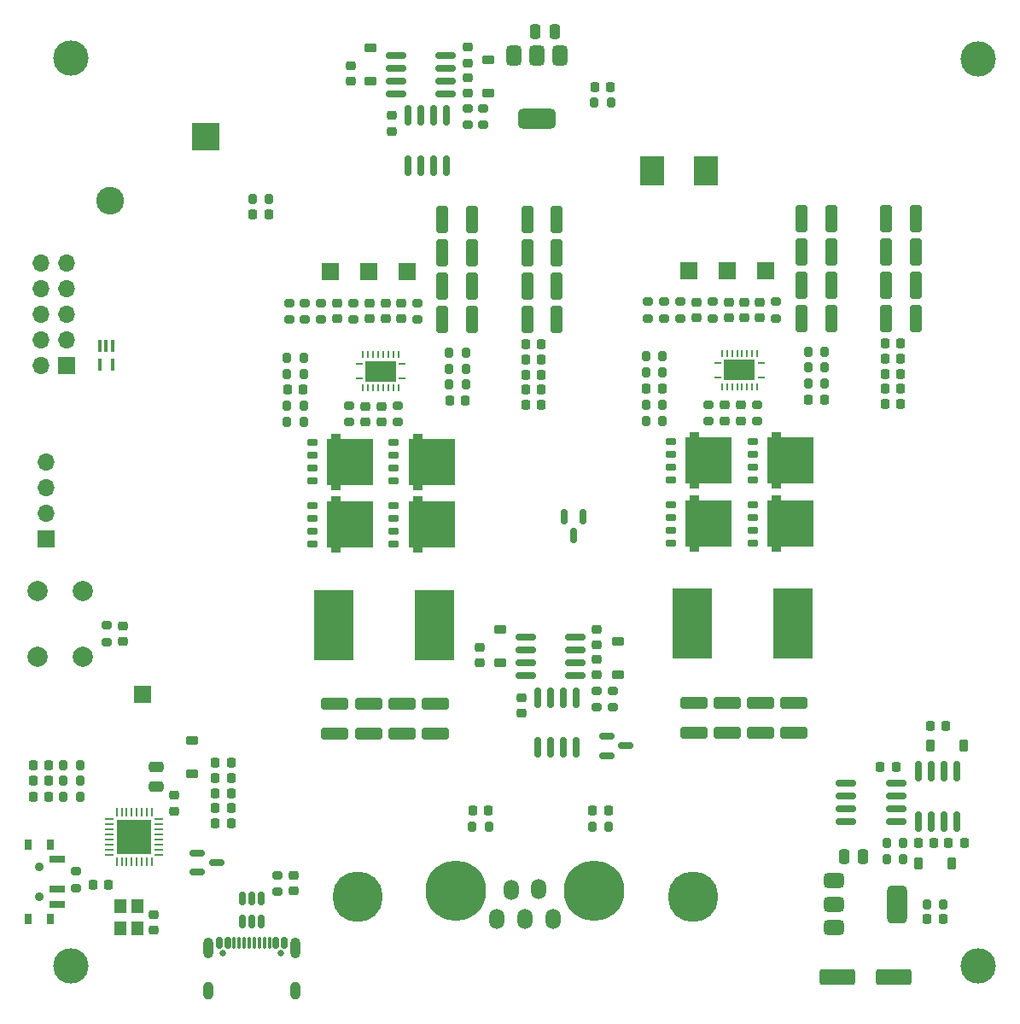
<source format=gbr>
%TF.GenerationSoftware,KiCad,Pcbnew,8.0.4*%
%TF.CreationDate,2025-01-13T22:40:44-07:00*%
%TF.ProjectId,Battery-Board,42617474-6572-4792-9d42-6f6172642e6b,rev?*%
%TF.SameCoordinates,Original*%
%TF.FileFunction,Soldermask,Top*%
%TF.FilePolarity,Negative*%
%FSLAX46Y46*%
G04 Gerber Fmt 4.6, Leading zero omitted, Abs format (unit mm)*
G04 Created by KiCad (PCBNEW 8.0.4) date 2025-01-13 22:40:44*
%MOMM*%
%LPD*%
G01*
G04 APERTURE LIST*
G04 Aperture macros list*
%AMRoundRect*
0 Rectangle with rounded corners*
0 $1 Rounding radius*
0 $2 $3 $4 $5 $6 $7 $8 $9 X,Y pos of 4 corners*
0 Add a 4 corners polygon primitive as box body*
4,1,4,$2,$3,$4,$5,$6,$7,$8,$9,$2,$3,0*
0 Add four circle primitives for the rounded corners*
1,1,$1+$1,$2,$3*
1,1,$1+$1,$4,$5*
1,1,$1+$1,$6,$7*
1,1,$1+$1,$8,$9*
0 Add four rect primitives between the rounded corners*
20,1,$1+$1,$2,$3,$4,$5,0*
20,1,$1+$1,$4,$5,$6,$7,0*
20,1,$1+$1,$6,$7,$8,$9,0*
20,1,$1+$1,$8,$9,$2,$3,0*%
%AMFreePoly0*
4,1,14,-0.697500,2.280000,2.027500,2.280000,2.502500,2.280000,2.502500,-2.280000,-0.697500,-2.280000,-0.697500,-2.775000,-1.602500,-2.775000,-1.602500,-2.280000,-2.027500,-2.280000,-2.027500,2.280000,-1.602500,2.280000,-1.602500,2.775000,-0.697500,2.775000,-0.697500,2.280000,-0.697500,2.280000,$1*%
G04 Aperture macros list end*
%ADD10RoundRect,0.250000X0.325000X1.100000X-0.325000X1.100000X-0.325000X-1.100000X0.325000X-1.100000X0*%
%ADD11RoundRect,0.225000X0.225000X0.250000X-0.225000X0.250000X-0.225000X-0.250000X0.225000X-0.250000X0*%
%ADD12RoundRect,0.225000X0.250000X-0.225000X0.250000X0.225000X-0.250000X0.225000X-0.250000X-0.225000X0*%
%ADD13RoundRect,0.050000X-0.250000X-0.070000X0.250000X-0.070000X0.250000X0.070000X-0.250000X0.070000X0*%
%ADD14RoundRect,0.050000X-0.070000X0.250000X-0.070000X-0.250000X0.070000X-0.250000X0.070000X0.250000X0*%
%ADD15RoundRect,0.050000X-1.475000X0.975000X-1.475000X-0.975000X1.475000X-0.975000X1.475000X0.975000X0*%
%ADD16RoundRect,0.225000X-0.225000X-0.250000X0.225000X-0.250000X0.225000X0.250000X-0.225000X0.250000X0*%
%ADD17RoundRect,0.225000X-0.250000X0.225000X-0.250000X-0.225000X0.250000X-0.225000X0.250000X0.225000X0*%
%ADD18RoundRect,0.187500X-0.312500X-0.187500X0.312500X-0.187500X0.312500X0.187500X-0.312500X0.187500X0*%
%ADD19FreePoly0,0.000000*%
%ADD20RoundRect,0.200000X-0.275000X0.200000X-0.275000X-0.200000X0.275000X-0.200000X0.275000X0.200000X0*%
%ADD21RoundRect,0.150000X0.150000X-0.512500X0.150000X0.512500X-0.150000X0.512500X-0.150000X-0.512500X0*%
%ADD22R,4.000000X7.000000*%
%ADD23RoundRect,0.250000X-0.325000X-1.100000X0.325000X-1.100000X0.325000X1.100000X-0.325000X1.100000X0*%
%ADD24RoundRect,0.225000X0.375000X-0.225000X0.375000X0.225000X-0.375000X0.225000X-0.375000X-0.225000X0*%
%ADD25RoundRect,0.200000X0.275000X-0.200000X0.275000X0.200000X-0.275000X0.200000X-0.275000X-0.200000X0*%
%ADD26RoundRect,0.250000X-1.100000X0.325000X-1.100000X-0.325000X1.100000X-0.325000X1.100000X0.325000X0*%
%ADD27RoundRect,0.150000X-0.150000X0.587500X-0.150000X-0.587500X0.150000X-0.587500X0.150000X0.587500X0*%
%ADD28R,1.700000X1.700000*%
%ADD29RoundRect,0.200000X-0.200000X-0.275000X0.200000X-0.275000X0.200000X0.275000X-0.200000X0.275000X0*%
%ADD30C,0.650000*%
%ADD31RoundRect,0.150000X-0.150000X-0.425000X0.150000X-0.425000X0.150000X0.425000X-0.150000X0.425000X0*%
%ADD32RoundRect,0.075000X-0.075000X-0.500000X0.075000X-0.500000X0.075000X0.500000X-0.075000X0.500000X0*%
%ADD33O,1.000000X2.100000*%
%ADD34O,1.000000X1.800000*%
%ADD35RoundRect,0.200000X0.200000X0.275000X-0.200000X0.275000X-0.200000X-0.275000X0.200000X-0.275000X0*%
%ADD36C,3.500000*%
%ADD37RoundRect,0.218750X-0.218750X-0.256250X0.218750X-0.256250X0.218750X0.256250X-0.218750X0.256250X0*%
%ADD38RoundRect,0.225000X-0.225000X-0.375000X0.225000X-0.375000X0.225000X0.375000X-0.225000X0.375000X0*%
%ADD39RoundRect,0.150000X-0.825000X-0.150000X0.825000X-0.150000X0.825000X0.150000X-0.825000X0.150000X0*%
%ADD40RoundRect,0.150000X0.150000X-0.825000X0.150000X0.825000X-0.150000X0.825000X-0.150000X-0.825000X0*%
%ADD41R,2.475000X3.000000*%
%ADD42R,0.400000X1.200000*%
%ADD43R,1.200000X1.400000*%
%ADD44RoundRect,0.250000X0.250000X0.475000X-0.250000X0.475000X-0.250000X-0.475000X0.250000X-0.475000X0*%
%ADD45RoundRect,0.218750X0.218750X0.256250X-0.218750X0.256250X-0.218750X-0.256250X0.218750X-0.256250X0*%
%ADD46RoundRect,0.250000X0.475000X-0.250000X0.475000X0.250000X-0.475000X0.250000X-0.475000X-0.250000X0*%
%ADD47O,1.700000X1.700000*%
%ADD48RoundRect,0.150000X-0.587500X-0.150000X0.587500X-0.150000X0.587500X0.150000X-0.587500X0.150000X0*%
%ADD49C,2.000000*%
%ADD50RoundRect,0.218750X0.256250X-0.218750X0.256250X0.218750X-0.256250X0.218750X-0.256250X-0.218750X0*%
%ADD51RoundRect,0.250000X1.500000X0.550000X-1.500000X0.550000X-1.500000X-0.550000X1.500000X-0.550000X0*%
%ADD52O,1.500000X2.000000*%
%ADD53C,6.000000*%
%ADD54C,5.000000*%
%ADD55RoundRect,0.150000X-0.150000X0.825000X-0.150000X-0.825000X0.150000X-0.825000X0.150000X0.825000X0*%
%ADD56RoundRect,0.375000X-0.625000X-0.375000X0.625000X-0.375000X0.625000X0.375000X-0.625000X0.375000X0*%
%ADD57RoundRect,0.500000X-0.500000X-1.400000X0.500000X-1.400000X0.500000X1.400000X-0.500000X1.400000X0*%
%ADD58R,0.800000X1.000000*%
%ADD59C,0.900000*%
%ADD60R,1.500000X0.700000*%
%ADD61RoundRect,0.250000X-0.250000X-0.475000X0.250000X-0.475000X0.250000X0.475000X-0.250000X0.475000X0*%
%ADD62RoundRect,0.102000X-1.275000X1.275000X-1.275000X-1.275000X1.275000X-1.275000X1.275000X1.275000X0*%
%ADD63C,2.754000*%
%ADD64RoundRect,0.062500X0.062500X-0.375000X0.062500X0.375000X-0.062500X0.375000X-0.062500X-0.375000X0*%
%ADD65RoundRect,0.062500X0.375000X-0.062500X0.375000X0.062500X-0.375000X0.062500X-0.375000X-0.062500X0*%
%ADD66R,3.450000X3.450000*%
%ADD67RoundRect,0.375000X-0.375000X0.625000X-0.375000X-0.625000X0.375000X-0.625000X0.375000X0.625000X0*%
%ADD68RoundRect,0.500000X-1.400000X0.500000X-1.400000X-0.500000X1.400000X-0.500000X1.400000X0.500000X0*%
G04 APERTURE END LIST*
D10*
%TO.C,C20*%
X173075000Y-80320000D03*
X170125000Y-80320000D03*
%TD*%
D11*
%TO.C,C61*%
X136800000Y-88520000D03*
X135250000Y-88520000D03*
%TD*%
D12*
%TO.C,C2*%
X136995000Y-58035000D03*
X136995000Y-56485000D03*
%TD*%
D13*
%TO.C,U12*%
X166147250Y-84720000D03*
D14*
X165747250Y-83820000D03*
X165247250Y-83820000D03*
X164747250Y-83820000D03*
X164247250Y-83820000D03*
X163747250Y-83820000D03*
X163247250Y-83820000D03*
X162747250Y-83820000D03*
X162247250Y-83820000D03*
D13*
X161847250Y-84720000D03*
X161847250Y-86220000D03*
D14*
X162247250Y-87120000D03*
X162747250Y-87120000D03*
X163247250Y-87120000D03*
X163747250Y-87120000D03*
X164247250Y-87120000D03*
X164747250Y-87120000D03*
X165247250Y-87120000D03*
X165747250Y-87120000D03*
D13*
X166147250Y-86220000D03*
D15*
X163997250Y-85470000D03*
%TD*%
D16*
%TO.C,C82*%
X142800000Y-84417500D03*
X144350000Y-84417500D03*
%TD*%
D17*
%TO.C,C64*%
X130400000Y-78845000D03*
X130400000Y-80395000D03*
%TD*%
D18*
%TO.C,U22*%
X129700000Y-92650000D03*
X129700000Y-93920000D03*
X129700000Y-95190000D03*
X129700000Y-96460000D03*
D19*
X133192250Y-94555000D03*
%TD*%
D20*
%TO.C,R22*%
X156500000Y-78695000D03*
X156500000Y-80345000D03*
%TD*%
%TO.C,R7*%
X122500000Y-78795000D03*
X122500000Y-80445000D03*
%TD*%
D12*
%TO.C,C17*%
X149850000Y-115705000D03*
X149850000Y-114155000D03*
%TD*%
D20*
%TO.C,R19*%
X160900000Y-88895000D03*
X160900000Y-90545000D03*
%TD*%
D16*
%TO.C,C12*%
X112000000Y-127410000D03*
X113550000Y-127410000D03*
%TD*%
D21*
%TO.C,D7*%
X114650000Y-140137500D03*
X115600000Y-140137500D03*
X116550000Y-140137500D03*
X116550000Y-137862500D03*
X115600000Y-137862500D03*
X114650000Y-137862500D03*
%TD*%
D22*
%TO.C,L2*%
X123700000Y-110720000D03*
X133700000Y-110720000D03*
%TD*%
D18*
%TO.C,U24*%
X129700000Y-98890000D03*
X129700000Y-100160000D03*
X129700000Y-101430000D03*
X129700000Y-102700000D03*
D19*
X133192250Y-100795000D03*
%TD*%
D23*
%TO.C,C71*%
X142925000Y-77120000D03*
X145875000Y-77120000D03*
%TD*%
D12*
%TO.C,C60*%
X126900000Y-90595000D03*
X126900000Y-89045000D03*
%TD*%
D24*
%TO.C,D1*%
X139095000Y-57995000D03*
X139095000Y-54695000D03*
%TD*%
D11*
%TO.C,C15*%
X113550000Y-130410000D03*
X112000000Y-130410000D03*
%TD*%
D10*
%TO.C,C22*%
X173075000Y-77020000D03*
X170125000Y-77020000D03*
%TD*%
D16*
%TO.C,C84*%
X142800000Y-85920000D03*
X144350000Y-85920000D03*
%TD*%
D12*
%TO.C,C40*%
X164500000Y-80295000D03*
X164500000Y-78745000D03*
%TD*%
D23*
%TO.C,C35*%
X178525000Y-73720000D03*
X181475000Y-73720000D03*
%TD*%
D24*
%TO.C,D9*%
X151950000Y-115665000D03*
X151950000Y-112365000D03*
%TD*%
D16*
%TO.C,C10*%
X112000000Y-125900000D03*
X113550000Y-125900000D03*
%TD*%
D25*
%TO.C,R35*%
X149855000Y-118902500D03*
X149855000Y-117252500D03*
%TD*%
D11*
%TO.C,C8*%
X101375000Y-136500000D03*
X99825000Y-136500000D03*
%TD*%
D26*
%TO.C,C37*%
X166092856Y-118445000D03*
X166092856Y-121395000D03*
%TD*%
D27*
%TO.C,U7*%
X148500000Y-100000000D03*
X146600000Y-100000000D03*
X147550000Y-101875000D03*
%TD*%
D16*
%TO.C,C45*%
X178400000Y-82815000D03*
X179950000Y-82815000D03*
%TD*%
D28*
%TO.C,TP1*%
X166600000Y-75600000D03*
%TD*%
D29*
%TO.C,R23*%
X135200000Y-83720000D03*
X136850000Y-83720000D03*
%TD*%
D30*
%TO.C,J2*%
X112710000Y-143295000D03*
X118490000Y-143295000D03*
D31*
X112400000Y-142220000D03*
X113200000Y-142220000D03*
D32*
X114350000Y-142220000D03*
X115350000Y-142220000D03*
X115850000Y-142220000D03*
X116850000Y-142220000D03*
D31*
X118000000Y-142220000D03*
X118800000Y-142220000D03*
X118800000Y-142220000D03*
X118000000Y-142220000D03*
D32*
X117350000Y-142220000D03*
X116350000Y-142220000D03*
X114850000Y-142220000D03*
X113850000Y-142220000D03*
D31*
X113200000Y-142220000D03*
X112400000Y-142220000D03*
D33*
X111280000Y-142795000D03*
D34*
X111280000Y-146975000D03*
D33*
X119920000Y-142795000D03*
D34*
X119920000Y-146975000D03*
%TD*%
D35*
%TO.C,R46*%
X151025000Y-130700000D03*
X149375000Y-130700000D03*
%TD*%
D36*
%TO.C,H1*%
X187700000Y-144575000D03*
%TD*%
D22*
%TO.C,L1*%
X159300000Y-110620000D03*
X169300000Y-110620000D03*
%TD*%
D37*
%TO.C,D19*%
X149612500Y-57400000D03*
X151187500Y-57400000D03*
%TD*%
D17*
%TO.C,C1*%
X129495000Y-60245000D03*
X129495000Y-61795000D03*
%TD*%
D25*
%TO.C,R44*%
X118140000Y-137195000D03*
X118140000Y-135545000D03*
%TD*%
D17*
%TO.C,C5*%
X105900000Y-139425000D03*
X105900000Y-140975000D03*
%TD*%
D36*
%TO.C,H2*%
X97700000Y-144575000D03*
%TD*%
D20*
%TO.C,R20*%
X161300000Y-78695000D03*
X161300000Y-80345000D03*
%TD*%
%TO.C,R32*%
X125700000Y-78795000D03*
X125700000Y-80445000D03*
%TD*%
D35*
%TO.C,R24*%
X136850000Y-85320000D03*
X135200000Y-85320000D03*
%TD*%
D26*
%TO.C,C34*%
X169414284Y-118445000D03*
X169414284Y-121395000D03*
%TD*%
D23*
%TO.C,C31*%
X178525000Y-80320000D03*
X181475000Y-80320000D03*
%TD*%
D18*
%TO.C,U15*%
X165300000Y-98790000D03*
X165300000Y-100060000D03*
X165300000Y-101330000D03*
X165300000Y-102600000D03*
D19*
X168792250Y-100695000D03*
%TD*%
D29*
%TO.C,R38*%
X178600000Y-133920000D03*
X180250000Y-133920000D03*
%TD*%
D17*
%TO.C,C29*%
X166000000Y-78745000D03*
X166000000Y-80295000D03*
%TD*%
D25*
%TO.C,R14*%
X167600000Y-80345000D03*
X167600000Y-78695000D03*
%TD*%
D11*
%TO.C,C93*%
X186275000Y-132315000D03*
X184725000Y-132315000D03*
%TD*%
D26*
%TO.C,C74*%
X127171428Y-118545000D03*
X127171428Y-121495000D03*
%TD*%
D10*
%TO.C,C63*%
X137475000Y-70520000D03*
X134525000Y-70520000D03*
%TD*%
D38*
%TO.C,D16*%
X182949999Y-122715000D03*
X186249999Y-122715000D03*
%TD*%
D12*
%TO.C,C18*%
X138250000Y-114505000D03*
X138250000Y-112955000D03*
%TD*%
D26*
%TO.C,C21*%
X159450000Y-118445000D03*
X159450000Y-121395000D03*
%TD*%
D11*
%TO.C,C90*%
X179500000Y-124815001D03*
X177950000Y-124815001D03*
%TD*%
D17*
%TO.C,C19*%
X149850000Y-111140000D03*
X149850000Y-112690000D03*
%TD*%
D39*
%TO.C,U2*%
X129920000Y-54240000D03*
X129920000Y-55510000D03*
X129920000Y-56780000D03*
X129920000Y-58050000D03*
X134870000Y-58050000D03*
X134870000Y-56780000D03*
X134870000Y-55510000D03*
X134870000Y-54240000D03*
%TD*%
D36*
%TO.C,H4*%
X97700000Y-54575000D03*
%TD*%
D17*
%TO.C,C16*%
X142350000Y-117915000D03*
X142350000Y-119465000D03*
%TD*%
D40*
%TO.C,U10*%
X143950000Y-122865000D03*
X145220000Y-122865000D03*
X146490000Y-122865000D03*
X147760000Y-122865000D03*
X147760000Y-117915000D03*
X146490000Y-117915000D03*
X145220000Y-117915000D03*
X143950000Y-117915000D03*
%TD*%
D29*
%TO.C,R43*%
X182575000Y-138400000D03*
X184225000Y-138400000D03*
%TD*%
D35*
%TO.C,R30*%
X120750000Y-89020000D03*
X119100000Y-89020000D03*
%TD*%
D20*
%TO.C,R21*%
X165700000Y-88895000D03*
X165700000Y-90545000D03*
%TD*%
D40*
%TO.C,U1*%
X131095000Y-65195000D03*
X132365000Y-65195000D03*
X133635000Y-65195000D03*
X134905000Y-65195000D03*
X134905000Y-60245000D03*
X133635000Y-60245000D03*
X132365000Y-60245000D03*
X131095000Y-60245000D03*
%TD*%
D29*
%TO.C,R25*%
X119100000Y-85820000D03*
X120750000Y-85820000D03*
%TD*%
%TO.C,R11*%
X170800000Y-83620000D03*
X172450000Y-83620000D03*
%TD*%
D16*
%TO.C,C73*%
X142800000Y-87422500D03*
X144350000Y-87422500D03*
%TD*%
D10*
%TO.C,C24*%
X173075000Y-73720000D03*
X170125000Y-73720000D03*
%TD*%
D26*
%TO.C,C39*%
X162771428Y-118445000D03*
X162771428Y-121395000D03*
%TD*%
D36*
%TO.C,H3*%
X187700000Y-54600000D03*
%TD*%
D16*
%TO.C,C76*%
X142800000Y-88925000D03*
X144350000Y-88925000D03*
%TD*%
D37*
%TO.C,FB1*%
X111987500Y-128910000D03*
X113562500Y-128910000D03*
%TD*%
D28*
%TO.C,J4*%
X162800000Y-75600000D03*
%TD*%
D20*
%TO.C,R39*%
X136995000Y-59520000D03*
X136995000Y-61170000D03*
%TD*%
D18*
%TO.C,U25*%
X121600000Y-98890000D03*
X121600000Y-100160000D03*
X121600000Y-101430000D03*
X121600000Y-102700000D03*
D19*
X125092250Y-100795000D03*
%TD*%
D12*
%TO.C,C78*%
X127300000Y-80395000D03*
X127300000Y-78845000D03*
%TD*%
%TO.C,C43*%
X162900000Y-80295000D03*
X162900000Y-78745000D03*
%TD*%
D35*
%TO.C,R37*%
X180250000Y-132320000D03*
X178600000Y-132320000D03*
%TD*%
D16*
%TO.C,C92*%
X182909999Y-120715000D03*
X184459999Y-120715000D03*
%TD*%
D29*
%TO.C,R2*%
X96905000Y-126200000D03*
X98555000Y-126200000D03*
%TD*%
D20*
%TO.C,R42*%
X98200000Y-135175000D03*
X98200000Y-136825000D03*
%TD*%
D41*
%TO.C,JP1*%
X155312500Y-65700000D03*
X160687500Y-65700000D03*
%TD*%
D16*
%TO.C,C41*%
X178400000Y-88825000D03*
X179950000Y-88825000D03*
%TD*%
D42*
%TO.C,IC1*%
X101800000Y-83060000D03*
X101150000Y-83060000D03*
X100500000Y-83060000D03*
X100500000Y-84960000D03*
X101800000Y-84960000D03*
%TD*%
D29*
%TO.C,R52*%
X149575000Y-58900000D03*
X151225000Y-58900000D03*
%TD*%
D23*
%TO.C,C66*%
X142925000Y-80420000D03*
X145875000Y-80420000D03*
%TD*%
D16*
%TO.C,C80*%
X142800000Y-82915000D03*
X144350000Y-82915000D03*
%TD*%
D20*
%TO.C,R9*%
X119300000Y-78795000D03*
X119300000Y-80445000D03*
%TD*%
D39*
%TO.C,U11*%
X142775000Y-111910000D03*
X142775000Y-113180000D03*
X142775000Y-114450000D03*
X142775000Y-115720000D03*
X147725000Y-115720000D03*
X147725000Y-114450000D03*
X147725000Y-113180000D03*
X147725000Y-111910000D03*
%TD*%
D11*
%TO.C,C26*%
X172400000Y-88420000D03*
X170850000Y-88420000D03*
%TD*%
D43*
%TO.C,U3*%
X104250000Y-140800000D03*
X104250000Y-138600000D03*
X102550000Y-138600000D03*
X102550000Y-140800000D03*
%TD*%
D12*
%TO.C,C3*%
X125395000Y-56835000D03*
X125395000Y-55285000D03*
%TD*%
D35*
%TO.C,R12*%
X172450000Y-85220000D03*
X170800000Y-85220000D03*
%TD*%
D10*
%TO.C,C59*%
X137475000Y-73820000D03*
X134525000Y-73820000D03*
%TD*%
D24*
%TO.C,D6*%
X109700000Y-125450000D03*
X109700000Y-122150000D03*
%TD*%
D23*
%TO.C,C68*%
X142925000Y-70520000D03*
X145875000Y-70520000D03*
%TD*%
D37*
%TO.C,D5*%
X93912500Y-127800000D03*
X95487500Y-127800000D03*
%TD*%
D44*
%TO.C,C53*%
X176250000Y-133700000D03*
X174350000Y-133700000D03*
%TD*%
D16*
%TO.C,C44*%
X154750000Y-87320000D03*
X156300000Y-87320000D03*
%TD*%
D37*
%TO.C,D13*%
X115712500Y-70000000D03*
X117287500Y-70000000D03*
%TD*%
D17*
%TO.C,C7*%
X107900000Y-127625000D03*
X107900000Y-129175000D03*
%TD*%
D45*
%TO.C,D14*%
X150975000Y-129090000D03*
X149400000Y-129090000D03*
%TD*%
D35*
%TO.C,R17*%
X172450000Y-86820000D03*
X170800000Y-86820000D03*
%TD*%
D46*
%TO.C,C9*%
X106100000Y-126750000D03*
X106100000Y-124850000D03*
%TD*%
D28*
%TO.C,J3*%
X97270000Y-85020000D03*
D47*
X94730000Y-85020000D03*
X97270000Y-82480000D03*
X94730000Y-82480000D03*
X97270000Y-79940000D03*
X94730000Y-79940000D03*
X97270000Y-77400000D03*
X94730000Y-77400000D03*
X97270000Y-74860000D03*
X94730000Y-74860000D03*
%TD*%
D16*
%TO.C,C13*%
X112000000Y-124410000D03*
X113550000Y-124410000D03*
%TD*%
D12*
%TO.C,C83*%
X124100000Y-80395000D03*
X124100000Y-78845000D03*
%TD*%
D18*
%TO.C,U16*%
X157200000Y-98790000D03*
X157200000Y-100060000D03*
X157200000Y-101330000D03*
X157200000Y-102600000D03*
D19*
X160692250Y-100695000D03*
%TD*%
D16*
%TO.C,C49*%
X178400000Y-85820000D03*
X179950000Y-85820000D03*
%TD*%
D20*
%TO.C,R8*%
X158125000Y-78695000D03*
X158125000Y-80345000D03*
%TD*%
D18*
%TO.C,U14*%
X157200000Y-92550000D03*
X157200000Y-93820000D03*
X157200000Y-95090000D03*
X157200000Y-96360000D03*
D19*
X160692250Y-94455000D03*
%TD*%
D13*
%TO.C,U21*%
X130547250Y-84820000D03*
D14*
X130147250Y-83920000D03*
X129647250Y-83920000D03*
X129147250Y-83920000D03*
X128647250Y-83920000D03*
X128147250Y-83920000D03*
X127647250Y-83920000D03*
X127147250Y-83920000D03*
X126647250Y-83920000D03*
D13*
X126247250Y-84820000D03*
X126247250Y-86320000D03*
D14*
X126647250Y-87220000D03*
X127147250Y-87220000D03*
X127647250Y-87220000D03*
X128147250Y-87220000D03*
X128647250Y-87220000D03*
X129147250Y-87220000D03*
X129647250Y-87220000D03*
X130147250Y-87220000D03*
D13*
X130547250Y-86320000D03*
D15*
X128397250Y-85570000D03*
%TD*%
D18*
%TO.C,U23*%
X121600000Y-92650000D03*
X121600000Y-93920000D03*
X121600000Y-95190000D03*
X121600000Y-96460000D03*
D19*
X125092250Y-94555000D03*
%TD*%
D48*
%TO.C,U8*%
X150825000Y-121770000D03*
X150825000Y-123670000D03*
X152700000Y-122720000D03*
%TD*%
D28*
%TO.C,TP3*%
X104800000Y-117600000D03*
%TD*%
D25*
%TO.C,R40*%
X138595000Y-61170000D03*
X138595000Y-59520000D03*
%TD*%
D49*
%TO.C,SW1*%
X94350000Y-113850000D03*
X94350000Y-107350000D03*
X98850000Y-113850000D03*
X98850000Y-107350000D03*
%TD*%
D20*
%TO.C,R34*%
X120900000Y-78795000D03*
X120900000Y-80445000D03*
%TD*%
D18*
%TO.C,U13*%
X165300000Y-92550000D03*
X165300000Y-93820000D03*
X165300000Y-95090000D03*
X165300000Y-96360000D03*
D19*
X168792250Y-94455000D03*
%TD*%
D50*
%TO.C,D12*%
X119720000Y-137097500D03*
X119720000Y-135522500D03*
%TD*%
D10*
%TO.C,C28*%
X173075000Y-70420000D03*
X170125000Y-70420000D03*
%TD*%
D37*
%TO.C,D4*%
X93912500Y-126200000D03*
X95487500Y-126200000D03*
%TD*%
D17*
%TO.C,C4*%
X136995000Y-53470000D03*
X136995000Y-55020000D03*
%TD*%
D20*
%TO.C,R33*%
X130100000Y-88995000D03*
X130100000Y-90645000D03*
%TD*%
D17*
%TO.C,C6*%
X102800000Y-110825000D03*
X102800000Y-112375000D03*
%TD*%
D16*
%TO.C,C79*%
X119150000Y-87420000D03*
X120700000Y-87420000D03*
%TD*%
D26*
%TO.C,C56*%
X123850000Y-118545000D03*
X123850000Y-121495000D03*
%TD*%
D20*
%TO.C,R10*%
X154925000Y-78695000D03*
X154925000Y-80345000D03*
%TD*%
D51*
%TO.C,C54*%
X179300000Y-145600000D03*
X173700000Y-145600000D03*
%TD*%
D52*
%TO.C,J6*%
X144097000Y-136949000D03*
X141327000Y-137004000D03*
X145482000Y-139844000D03*
X142712000Y-139844000D03*
X139942000Y-139844000D03*
D53*
X149560000Y-137044000D03*
X135840000Y-137044000D03*
D54*
X159377000Y-137644000D03*
X126077000Y-137644000D03*
%TD*%
D12*
%TO.C,C85*%
X128500000Y-90595000D03*
X128500000Y-89045000D03*
%TD*%
D16*
%TO.C,C91*%
X181710001Y-132315000D03*
X183260001Y-132315000D03*
%TD*%
D23*
%TO.C,C36*%
X178525000Y-77020000D03*
X181475000Y-77020000D03*
%TD*%
D28*
%TO.C,J9*%
X123400000Y-75700000D03*
%TD*%
D24*
%TO.C,D2*%
X127395000Y-56795000D03*
X127395000Y-53495000D03*
%TD*%
D45*
%TO.C,D17*%
X139100000Y-129100000D03*
X137525000Y-129100000D03*
%TD*%
D16*
%TO.C,C38*%
X178400000Y-87322500D03*
X179950000Y-87322500D03*
%TD*%
D37*
%TO.C,D11*%
X182612500Y-139900000D03*
X184187500Y-139900000D03*
%TD*%
D12*
%TO.C,C75*%
X128900000Y-80395000D03*
X128900000Y-78845000D03*
%TD*%
D29*
%TO.C,R1*%
X96905000Y-124600000D03*
X98555000Y-124600000D03*
%TD*%
D55*
%TO.C,U29*%
X185505000Y-125240000D03*
X184235000Y-125240000D03*
X182965000Y-125240000D03*
X181695000Y-125240000D03*
X181695000Y-130190000D03*
X182965000Y-130190000D03*
X184235000Y-130190000D03*
X185505000Y-130190000D03*
%TD*%
D23*
%TO.C,C70*%
X142925000Y-73820000D03*
X145875000Y-73820000D03*
%TD*%
D39*
%TO.C,U28*%
X174550000Y-126415000D03*
X174550000Y-127685000D03*
X174550000Y-128955000D03*
X174550000Y-130225000D03*
X179500000Y-130225000D03*
X179500000Y-128955000D03*
X179500000Y-127685000D03*
X179500000Y-126415000D03*
%TD*%
D35*
%TO.C,R47*%
X139140000Y-130700000D03*
X137490000Y-130700000D03*
%TD*%
D29*
%TO.C,R13*%
X154700000Y-85720000D03*
X156350000Y-85720000D03*
%TD*%
D28*
%TO.C,J8*%
X159000000Y-75600000D03*
%TD*%
D56*
%TO.C,U20*%
X173350000Y-136100000D03*
X173350000Y-138400000D03*
D57*
X179650000Y-138400000D03*
D56*
X173350000Y-140700000D03*
%TD*%
D48*
%TO.C,U9*%
X110225000Y-133350000D03*
X110225000Y-135250000D03*
X112100000Y-134300000D03*
%TD*%
D10*
%TO.C,C55*%
X137475000Y-80420000D03*
X134525000Y-80420000D03*
%TD*%
D23*
%TO.C,C33*%
X178525000Y-70420000D03*
X181475000Y-70420000D03*
%TD*%
D26*
%TO.C,C69*%
X133814284Y-118545000D03*
X133814284Y-121495000D03*
%TD*%
%TO.C,C72*%
X130492856Y-118545000D03*
X130492856Y-121495000D03*
%TD*%
D28*
%TO.C,J5*%
X127200000Y-75700000D03*
%TD*%
D58*
%TO.C,SW2*%
X95655000Y-132550000D03*
X93445000Y-132550000D03*
D59*
X94545000Y-134700000D03*
X94545000Y-137700000D03*
D58*
X95655000Y-139850000D03*
X93445000Y-139850000D03*
D60*
X96305000Y-133950000D03*
X96305000Y-136950000D03*
X96305000Y-138450000D03*
%TD*%
D37*
%TO.C,D3*%
X93912500Y-124600000D03*
X95487500Y-124600000D03*
%TD*%
D20*
%TO.C,R36*%
X151405000Y-117240000D03*
X151405000Y-118890000D03*
%TD*%
D35*
%TO.C,R16*%
X156350000Y-90520000D03*
X154700000Y-90520000D03*
%TD*%
D29*
%TO.C,R45*%
X115692500Y-68490000D03*
X117342500Y-68490000D03*
%TD*%
D35*
%TO.C,R28*%
X120750000Y-90620000D03*
X119100000Y-90620000D03*
%TD*%
D38*
%TO.C,D15*%
X181750001Y-134415000D03*
X185050001Y-134415000D03*
%TD*%
D28*
%TO.C,TP2*%
X131000000Y-75700000D03*
%TD*%
D12*
%TO.C,C50*%
X164100000Y-90495000D03*
X164100000Y-88945000D03*
%TD*%
D28*
%TO.C,J1*%
X95190000Y-102220000D03*
D47*
X95190000Y-99680000D03*
X95190000Y-97140000D03*
X95190000Y-94600000D03*
%TD*%
D61*
%TO.C,C86*%
X143750000Y-51900000D03*
X145650000Y-51900000D03*
%TD*%
D35*
%TO.C,R18*%
X156350000Y-88920000D03*
X154700000Y-88920000D03*
%TD*%
D10*
%TO.C,C57*%
X137475000Y-77120000D03*
X134525000Y-77120000D03*
%TD*%
D25*
%TO.C,R26*%
X132000000Y-80445000D03*
X132000000Y-78795000D03*
%TD*%
D29*
%TO.C,R3*%
X96905000Y-127800000D03*
X98555000Y-127800000D03*
%TD*%
D35*
%TO.C,R15*%
X156350000Y-84120000D03*
X154700000Y-84120000D03*
%TD*%
D16*
%TO.C,C47*%
X178400000Y-84317500D03*
X179950000Y-84317500D03*
%TD*%
D24*
%TO.C,D10*%
X140250000Y-114465000D03*
X140250000Y-111165000D03*
%TD*%
D35*
%TO.C,R29*%
X136850000Y-86920000D03*
X135200000Y-86920000D03*
%TD*%
%TO.C,R27*%
X120750000Y-84220000D03*
X119100000Y-84220000D03*
%TD*%
D62*
%TO.C,J7*%
X111062500Y-62350000D03*
D63*
X101562500Y-68700000D03*
%TD*%
D64*
%TO.C,U5*%
X102200000Y-134175000D03*
X102700000Y-134175000D03*
X103200000Y-134175000D03*
X103700000Y-134175000D03*
X104200000Y-134175000D03*
X104700000Y-134175000D03*
X105200000Y-134175000D03*
X105700000Y-134175000D03*
D65*
X106387500Y-133487500D03*
X106387500Y-132987500D03*
X106387500Y-132487500D03*
X106387500Y-131987500D03*
X106387500Y-131487500D03*
X106387500Y-130987500D03*
X106387500Y-130487500D03*
X106387500Y-129987500D03*
D64*
X105700000Y-129300000D03*
X105200000Y-129300000D03*
X104700000Y-129300000D03*
X104200000Y-129300000D03*
X103700000Y-129300000D03*
X103200000Y-129300000D03*
X102700000Y-129300000D03*
X102200000Y-129300000D03*
D65*
X101512500Y-129987500D03*
X101512500Y-130487500D03*
X101512500Y-130987500D03*
X101512500Y-131487500D03*
X101512500Y-131987500D03*
X101512500Y-132487500D03*
X101512500Y-132987500D03*
X101512500Y-133487500D03*
D66*
X103950000Y-131737500D03*
%TD*%
D12*
%TO.C,C25*%
X162500000Y-90495000D03*
X162500000Y-88945000D03*
%TD*%
D20*
%TO.C,R41*%
X101200000Y-110775000D03*
X101200000Y-112425000D03*
%TD*%
D12*
%TO.C,C48*%
X159700000Y-80295000D03*
X159700000Y-78745000D03*
%TD*%
D20*
%TO.C,R31*%
X125300000Y-88995000D03*
X125300000Y-90645000D03*
%TD*%
D67*
%TO.C,U19*%
X146200000Y-54250000D03*
X143900000Y-54250000D03*
D68*
X143900000Y-60550000D03*
D67*
X141600000Y-54250000D03*
%TD*%
M02*

</source>
